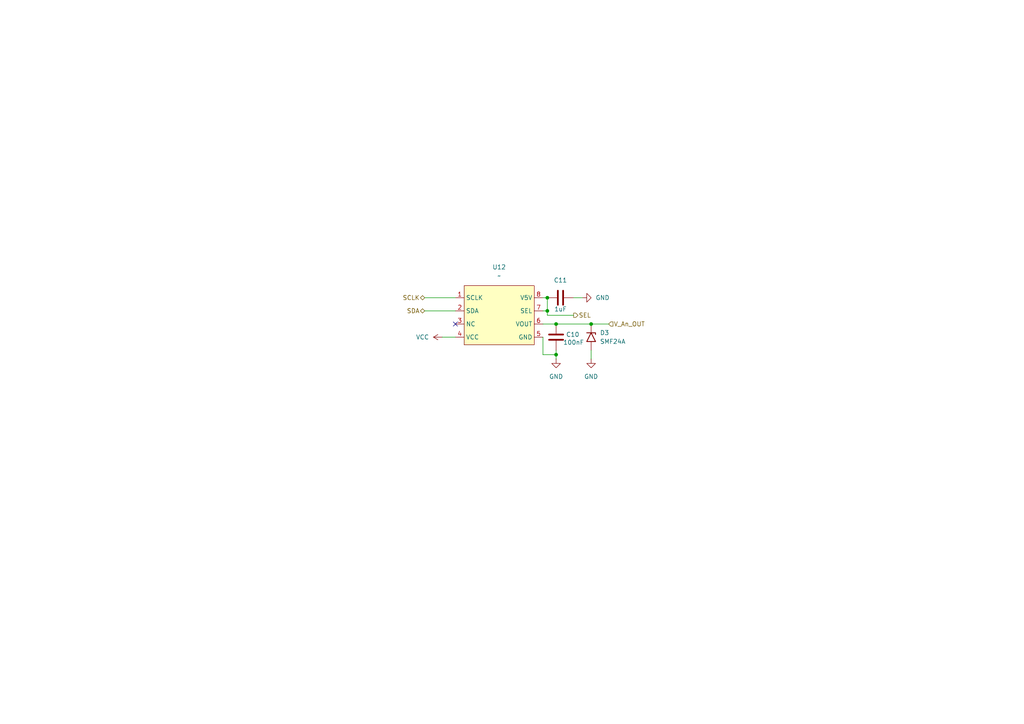
<source format=kicad_sch>
(kicad_sch (version 20250114) (generator "eeschema") (generator_version "9.0")
  (paper "A4")
  (lib_symbols
    (symbol "Device:C" (pin_numbers (hide yes)) (pin_names (offset 0.254))
      (property "Reference" "C" (at 0.635 2.54 0))
      (property "Value" "C" (at 0.635 -2.54 0))
      (symbol "C_0_1"
        (polyline (pts (xy -2.032 0.762) (xy 2.032 0.762)) (stroke (width 0.508)))
        (polyline (pts (xy -2.032 -0.762) (xy 2.032 -0.762)) (stroke (width 0.508)))
      )
      (symbol "C_1_1"
        (pin passive line (at 0 3.81 270) (length 2.794) (name "~") (number "1"))
        (pin passive line (at 0 -3.81 90) (length 2.794) (name "~") (number "2"))
      )
    )
    (symbol "Diode:SMF24A" (pin_numbers (hide yes)) (pin_names (offset 1.016) (hide yes))
      (property "Reference" "D" (at 0 2.54 0))
      (property "Value" "SMF24A" (at 0 -2.54 0))
      (symbol "SMF24A_0_1"
        (polyline (pts (xy -0.762 1.27) (xy -1.27 1.27) (xy -1.27 -1.27)) (stroke (width 0.254)))
        (polyline (pts (xy 1.27 1.27) (xy 1.27 -1.27) (xy -1.27 0) (xy 1.27 1.27)) (stroke (width 0.254)))
      )
      (symbol "SMF24A_1_1"
        (pin passive line (at -3.81 0 0) (length 2.54) (name "A1") (number "1"))
        (pin passive line (at 3.81 0 180) (length 2.54) (name "A2") (number "2"))
      )
    )
    (symbol "Proyecto_componente:GP8201S"
      (property "Reference" "U" (at 0 -11.176 0))
      (symbol "GP8201S_1_1"
        (rectangle (start -10.1599 8.5725) (end 10.1599 -8.5725) (fill (type color) (color 255 255 194 1)))
        (pin input line (at -12.7 5.08 0) (length 2.54) (name "SCLK") (number "1"))
        (pin input line (at -12.7 1.27 0) (length 2.54) (name "SDA") (number "2"))
        (pin input line (at -12.7 -2.54 0) (length 2.54) (name "NC") (number "3"))
        (pin input line (at -12.7 -6.35 0) (length 2.54) (name "VCC") (number "4"))
        (pin input line (at 12.7 5.08 180) (length 2.54) (name "V5V") (number "8"))
        (pin input line (at 12.7 1.27 180) (length 2.54) (name "SEL") (number "7"))
        (pin input line (at 12.7 -2.54 180) (length 2.54) (name "VOUT") (number "6"))
        (pin input line (at 12.7 -6.35 180) (length 2.54) (name "GND") (number "5"))
      )
    )
    (symbol "power:GND" (power) (pin_numbers (hide yes)) (pin_names (offset 0) (hide yes))
      (property "Value" "GND" (at 0 -3.81 0))
      (symbol "GND_0_1"
        (polyline (pts (xy 0 0) (xy 0 -1.27) (xy 1.27 -1.27) (xy 0 -2.54) (xy -1.27 -1.27) (xy 0 -1.27)))
      )
      (symbol "GND_1_1"
        (pin power_in line (at 0 0 270) (length 0) (name "~") (number "1"))
      )
    )
    (symbol "power:VCC" (power) (pin_numbers (hide yes)) (pin_names (offset 0) (hide yes))
      (property "Value" "VCC" (at 0 3.556 0))
      (symbol "VCC_0_1"
        (polyline (pts (xy -0.762 1.27) (xy 0 2.54)))
        (polyline (pts (xy 0 2.54) (xy 0.762 1.27)))
        (polyline (pts (xy 0 0) (xy 0 2.54)))
      )
      (symbol "VCC_1_1"
        (pin power_in line (at 0 0 90) (length 0) (name "~") (number "1"))
      )
    )
  )
  (junction (at 171.45 93.98))
  (junction (at 158.75 86.36))
  (junction (at 158.75 90.17))
  (junction (at 161.29 102.87))
  (junction (at 161.29 93.98))
  (no_connect (at 132.08 93.98))
  (wire (pts (xy 157.48 102.87) (xy 161.29 102.87)))
  (wire (pts (xy 166.37 86.36) (xy 168.91 86.36)))
  (wire (pts (xy 157.48 93.98) (xy 161.29 93.98)))
  (wire (pts (xy 157.48 97.79) (xy 157.48 102.87)))
  (wire (pts (xy 158.75 90.17) (xy 158.75 86.36)))
  (wire (pts (xy 158.75 91.44) (xy 166.37 91.44)))
  (wire (pts (xy 158.75 91.44) (xy 158.75 90.17)))
  (wire (pts (xy 123.19 90.17) (xy 132.08 90.17)))
  (wire (pts (xy 161.29 93.98) (xy 171.45 93.98)))
  (wire (pts (xy 161.29 102.87) (xy 161.29 104.14)))
  (wire (pts (xy 157.48 90.17) (xy 158.75 90.17)))
  (wire (pts (xy 128.27 97.79) (xy 132.08 97.79)))
  (wire (pts (xy 161.29 101.6) (xy 161.29 102.87)))
  (wire (pts (xy 123.19 86.36) (xy 132.08 86.36)))
  (wire (pts (xy 157.48 86.36) (xy 158.75 86.36)))
  (wire (pts (xy 171.45 93.98) (xy 176.53 93.98)))
  (wire (pts (xy 171.45 101.6) (xy 171.45 104.14)))
  (hierarchical_label "V_An_OUT" (shape input) (at 176.53 93.98 0))
  (hierarchical_label "SEL" (shape output) (at 166.37 91.44 0))
  (hierarchical_label "SDA" (shape bidirectional) (at 123.19 90.17 180))
  (hierarchical_label "SCLK" (shape bidirectional) (at 123.19 86.36 180))
  (symbol (lib_id "Proyecto_componente:GP8201S") (at 144.78 91.44 0) (unit 1)
    (property "Reference" "U12" (at 144.78 77.47 0))
    (property "Value" "~" (at 144.78 80.01 0))
  )
  (symbol (lib_id "Device:C") (at 162.56 86.36 90) (unit 1)
    (property "Reference" "C11" (at 162.56 81.28 90))
    (property "Value" "1uF" (at 162.56 89.662 90))
    (property "Description" "Unpolarized capacitor" (effects (hide yes)))
  )
  (symbol (lib_id "power:VCC") (at 128.27 97.79 90) (unit 1)
    (property "Reference" "#PWR028" (effects (hide yes)))
    (property "Value" "VCC" (at 124.46 97.7899 90) (effects (justify left)))
    (property "Description" "Power symbol creates a global label with name \"VCC\"" (effects (hide yes)))
  )
  (symbol (lib_id "power:GND") (at 171.45 104.14 0) (unit 1)
    (property "Reference" "#PWR046" (effects (hide yes)))
    (property "Value" "GND" (at 171.45 109.22 0))
    (property "Description" "Power symbol creates a global label with name \"GND\" , ground" (effects (hide yes)))
  )
  (symbol (lib_id "Diode:SMF24A") (at 171.45 97.79 270) (unit 1)
    (property "Reference" "D3" (at 173.99 96.5199 90) (effects (justify left)))
    (property "Value" "SMF24A" (at 173.99 99.0599 90) (effects (justify left)))
    (property "Footprint" "Diode_SMD:D_SMF" (effects (hide yes)))
    (property "Datasheet" "https://www.vishay.com/doc?85881" (effects (hide yes)))
    (property "Description" "200W unidirectional Transil Transient Voltage Suppressor, 24Vrwm, SMF" (effects (hide yes)))
    (property "LCSC#" "C7495269" (effects (hide yes)))
  )
  (symbol (lib_id "power:GND") (at 168.91 86.36 90) (unit 1)
    (property "Reference" "#PWR026" (effects (hide yes)))
    (property "Value" "GND" (at 172.72 86.3599 90) (effects (justify right)))
    (property "Description" "Power symbol creates a global label with name \"GND\" , ground" (effects (hide yes)))
  )
  (symbol (lib_id "power:GND") (at 161.29 104.14 0) (unit 1)
    (property "Reference" "#PWR023" (effects (hide yes)))
    (property "Value" "GND" (at 161.29 109.22 0))
    (property "Description" "Power symbol creates a global label with name \"GND\" , ground" (effects (hide yes)))
  )
  (symbol (lib_id "Device:C") (at 161.29 97.79 180) (unit 1)
    (property "Reference" "C10" (at 166.116 97.028 0))
    (property "Value" "100nF" (at 166.37 99.314 0))
    (property "Description" "Unpolarized capacitor" (effects (hide yes)))
  )
)
</source>
